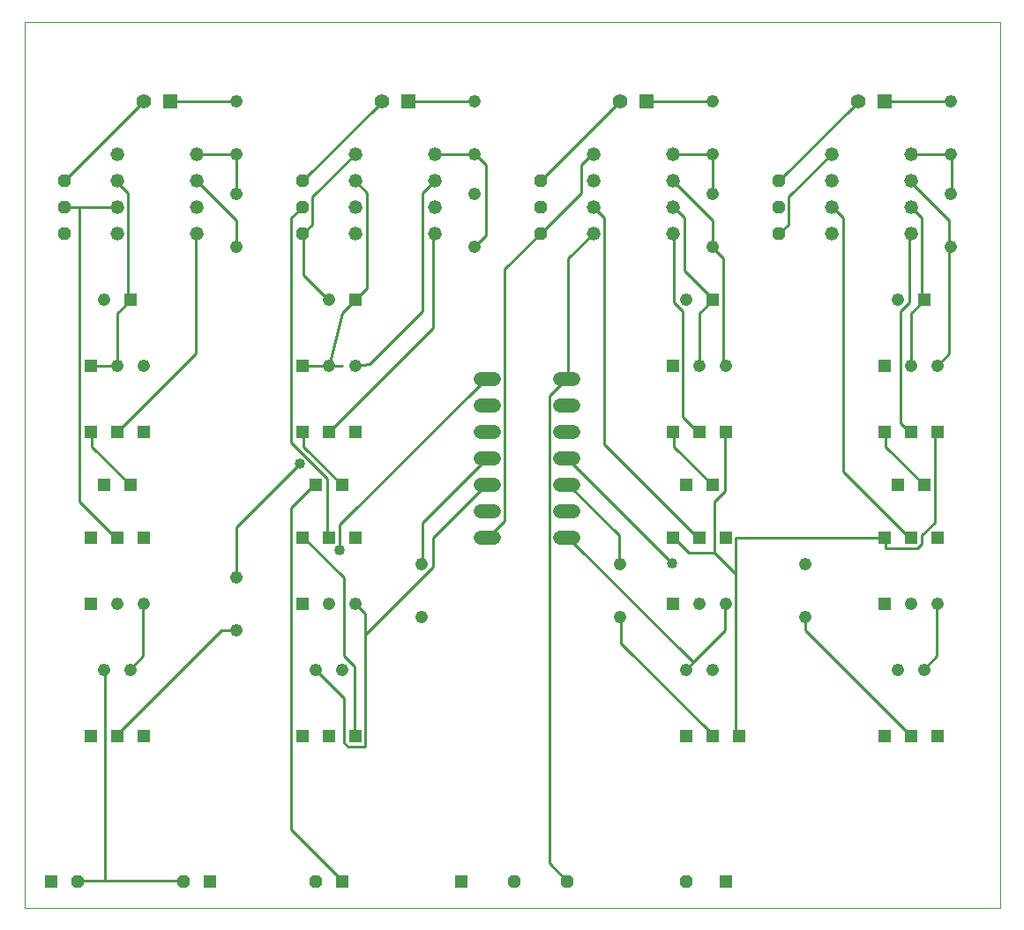
<source format=gtl>
G75*
G70*
%OFA0B0*%
%FSLAX24Y24*%
%IPPOS*%
%LPD*%
%AMOC8*
5,1,8,0,0,1.08239X$1,22.5*
%
%ADD10C,0.0000*%
%ADD11C,0.0520*%
%ADD12C,0.0476*%
%ADD13R,0.0476X0.0476*%
%ADD14OC8,0.0476*%
%ADD15C,0.0554*%
%ADD16R,0.0554X0.0554*%
%ADD17C,0.0520*%
%ADD18C,0.0100*%
%ADD19C,0.0400*%
D10*
X000101Y000101D02*
X000101Y033597D01*
X036971Y033597D01*
X036971Y000101D01*
X000101Y000101D01*
D11*
X003601Y025601D03*
X003601Y026601D03*
X003601Y027601D03*
X003601Y028601D03*
X006601Y028601D03*
X006601Y027601D03*
X006601Y026601D03*
X006601Y025601D03*
X012601Y025601D03*
X012601Y026601D03*
X012601Y027601D03*
X012601Y028601D03*
X015601Y028601D03*
X015601Y027601D03*
X015601Y026601D03*
X015601Y025601D03*
X021601Y025601D03*
X021601Y026601D03*
X021601Y027601D03*
X021601Y028601D03*
X024601Y028601D03*
X024601Y027601D03*
X024601Y026601D03*
X024601Y025601D03*
X030601Y025601D03*
X030601Y026601D03*
X030601Y027601D03*
X030601Y028601D03*
X033601Y028601D03*
X033601Y027601D03*
X033601Y026601D03*
X033601Y025601D03*
D12*
X035101Y025101D03*
X035101Y027101D03*
X035101Y028601D03*
X035101Y030601D03*
X033101Y023101D03*
X033601Y020601D03*
X034601Y020601D03*
X026601Y020601D03*
X025601Y020601D03*
X025101Y023101D03*
X026101Y025101D03*
X026101Y027101D03*
X026101Y028601D03*
X026101Y030601D03*
X017101Y030601D03*
X017101Y028601D03*
X017101Y027101D03*
X017101Y025101D03*
X012601Y020601D03*
X011601Y020601D03*
X011601Y023101D03*
X008101Y025101D03*
X008101Y027101D03*
X008101Y028601D03*
X008101Y030601D03*
X003101Y023101D03*
X003601Y020601D03*
X004601Y020601D03*
X008101Y012601D03*
X008101Y010601D03*
X011101Y009101D03*
X012101Y009101D03*
X012601Y011601D03*
X011601Y011601D03*
X015101Y011101D03*
X015101Y013101D03*
X022601Y013101D03*
X022601Y011101D03*
X025101Y009101D03*
X026101Y009101D03*
X026601Y011601D03*
X025601Y011601D03*
X029601Y011101D03*
X029601Y013101D03*
X033601Y011601D03*
X034601Y011601D03*
X034101Y009101D03*
X033101Y009101D03*
X004601Y011601D03*
X003601Y011601D03*
X004101Y009101D03*
X003101Y009101D03*
D13*
X002601Y011601D03*
X002601Y014101D03*
X003601Y014101D03*
X004601Y014101D03*
X004101Y016101D03*
X003101Y016101D03*
X003601Y018101D03*
X002601Y018101D03*
X004601Y018101D03*
X002601Y020601D03*
X004101Y023101D03*
X010601Y020601D03*
X012601Y023101D03*
X012601Y018101D03*
X011601Y018101D03*
X010601Y018101D03*
X011101Y016101D03*
X012101Y016101D03*
X012601Y014101D03*
X011601Y014101D03*
X010601Y014101D03*
X010601Y011601D03*
X010601Y006601D03*
X011601Y006601D03*
X012601Y006601D03*
X012101Y001101D03*
X016601Y001101D03*
X025101Y006601D03*
X026101Y006601D03*
X027101Y006601D03*
X032601Y006601D03*
X033601Y006601D03*
X034601Y006601D03*
X032601Y011601D03*
X032601Y014101D03*
X033601Y014101D03*
X034601Y014101D03*
X034101Y016101D03*
X033101Y016101D03*
X033601Y018101D03*
X034601Y018101D03*
X032601Y018101D03*
X032601Y020601D03*
X034101Y023101D03*
X026601Y018101D03*
X025601Y018101D03*
X024601Y018101D03*
X025101Y016101D03*
X026101Y016101D03*
X026601Y014101D03*
X025601Y014101D03*
X024601Y014101D03*
X024601Y011601D03*
X024601Y020601D03*
X026101Y023101D03*
X004601Y006601D03*
X003601Y006601D03*
X002601Y006601D03*
X001101Y001101D03*
X007101Y001101D03*
X026601Y001101D03*
D14*
X025101Y001101D03*
X020601Y001101D03*
X018601Y001101D03*
X011101Y001101D03*
X006101Y001101D03*
X002101Y001101D03*
X001601Y025601D03*
X001601Y026601D03*
X001601Y027601D03*
X010601Y027601D03*
X010601Y026601D03*
X010601Y025601D03*
X019601Y025601D03*
X019601Y026601D03*
X019601Y027601D03*
X028601Y027601D03*
X028601Y026601D03*
X028601Y025601D03*
D15*
X031601Y030601D03*
X022601Y030601D03*
X013601Y030601D03*
X004601Y030601D03*
D16*
X005601Y030601D03*
X014601Y030601D03*
X023601Y030601D03*
X032601Y030601D03*
D17*
X020861Y020101D02*
X020341Y020101D01*
X020341Y019101D02*
X020861Y019101D01*
X020861Y018101D02*
X020341Y018101D01*
X020341Y017101D02*
X020861Y017101D01*
X020861Y016101D02*
X020341Y016101D01*
X020341Y015101D02*
X020861Y015101D01*
X020861Y014101D02*
X020341Y014101D01*
X017861Y014101D02*
X017341Y014101D01*
X017341Y015101D02*
X017861Y015101D01*
X017861Y016101D02*
X017341Y016101D01*
X017341Y017101D02*
X017861Y017101D01*
X017861Y018101D02*
X017341Y018101D01*
X017341Y019101D02*
X017861Y019101D01*
X017861Y020101D02*
X017341Y020101D01*
D18*
X017541Y020101D02*
X017601Y020101D01*
X017541Y020101D02*
X012021Y014581D01*
X012021Y013621D01*
X011601Y014101D02*
X011541Y014101D01*
X011541Y016341D01*
X010181Y017701D01*
X010181Y026181D01*
X010601Y026601D01*
X010981Y026981D02*
X010981Y025941D01*
X010661Y025621D01*
X010601Y025601D01*
X010661Y025541D01*
X010661Y024021D01*
X011541Y023141D01*
X011601Y023101D01*
X012101Y022581D02*
X011601Y020601D01*
X012101Y020581D01*
X011141Y020581D01*
X010601Y020601D01*
X012601Y020601D02*
X013141Y020661D01*
X015141Y022661D01*
X015141Y027141D01*
X015601Y027601D01*
X015621Y028581D02*
X015601Y028601D01*
X015621Y028581D02*
X017061Y028581D01*
X017101Y028601D01*
X017141Y028581D01*
X017541Y028181D01*
X017541Y025541D01*
X017101Y025101D01*
X018261Y024261D02*
X019601Y025601D01*
X021141Y027141D01*
X021141Y028181D01*
X021541Y028581D01*
X021601Y028601D01*
X021601Y026601D02*
X022021Y026181D01*
X022021Y017621D01*
X025541Y014101D01*
X025601Y014101D01*
X025221Y013541D02*
X026181Y013541D01*
X026981Y012741D01*
X026981Y014101D01*
X032601Y014101D01*
X032661Y014101D01*
X032661Y013701D01*
X033861Y013701D01*
X034021Y013861D01*
X034021Y014181D01*
X034501Y014661D01*
X034501Y018021D01*
X034581Y018101D01*
X034601Y018101D01*
X033601Y018101D02*
X033541Y018101D01*
X033221Y018421D01*
X033221Y022661D01*
X033541Y022981D01*
X033541Y025541D01*
X033601Y025601D01*
X034021Y026181D02*
X033601Y026601D01*
X034021Y026181D02*
X034021Y023221D01*
X034101Y023141D01*
X034101Y023101D01*
X034101Y023061D01*
X033621Y022581D01*
X033621Y020661D01*
X033601Y020601D01*
X034601Y020601D02*
X035061Y021061D01*
X035061Y025061D01*
X035101Y025101D01*
X035061Y025141D01*
X035061Y026101D01*
X033621Y027541D01*
X033601Y027601D01*
X033621Y028581D02*
X033601Y028601D01*
X033621Y028581D02*
X035061Y028581D01*
X035101Y028601D01*
X035141Y028581D01*
X035141Y027141D01*
X035101Y027101D01*
X035061Y030581D02*
X032661Y030581D01*
X032601Y030601D01*
X031601Y030601D02*
X031541Y030581D01*
X031541Y030501D01*
X028661Y027621D01*
X028601Y027601D01*
X028981Y026981D02*
X030601Y028601D01*
X028981Y026981D02*
X028981Y025941D01*
X028661Y025621D01*
X028601Y025601D01*
X030601Y026601D02*
X030661Y026581D01*
X031061Y026181D01*
X031061Y016581D01*
X033541Y014101D01*
X033601Y014101D01*
X034101Y016101D02*
X032661Y017541D01*
X032661Y018101D01*
X032601Y018101D01*
X026601Y018101D02*
X026581Y018101D01*
X026581Y015861D01*
X026181Y015461D01*
X026181Y013541D01*
X025221Y013541D02*
X024661Y014101D01*
X024601Y014101D01*
X024581Y013141D02*
X020661Y017061D01*
X020601Y017101D01*
X020601Y016101D02*
X020661Y016101D01*
X022581Y014181D01*
X022581Y013141D01*
X022601Y013101D01*
X020661Y014101D02*
X020601Y014101D01*
X020661Y014101D02*
X025381Y009381D01*
X025101Y009101D01*
X025381Y009381D02*
X026581Y010581D01*
X026581Y011541D01*
X026601Y011601D01*
X026981Y012741D02*
X026981Y006741D01*
X027061Y006661D01*
X027101Y006601D01*
X026101Y006601D02*
X026101Y006661D01*
X022661Y010101D01*
X022661Y011061D01*
X022601Y011101D01*
X018261Y014741D02*
X017621Y014101D01*
X017601Y014101D01*
X018261Y014741D02*
X018261Y024261D01*
X020661Y024661D02*
X021601Y025601D01*
X020661Y024661D02*
X020661Y020101D01*
X020601Y020101D01*
X020581Y020101D01*
X019941Y019461D01*
X019941Y001781D01*
X020581Y001141D01*
X020601Y001101D01*
X012981Y006181D02*
X012981Y010421D01*
X015541Y012981D01*
X015541Y014101D01*
X017541Y016101D01*
X017601Y016101D01*
X017541Y017061D02*
X017601Y017101D01*
X017541Y017061D02*
X015141Y014661D01*
X015141Y013141D01*
X015101Y013101D01*
X012981Y011221D02*
X012601Y011601D01*
X012981Y011221D02*
X012981Y010421D01*
X012181Y009621D02*
X012581Y009221D01*
X012581Y006661D01*
X012601Y006601D01*
X012341Y006181D02*
X012181Y006341D01*
X012181Y008021D01*
X011101Y009101D01*
X012181Y009621D02*
X012181Y012581D01*
X010661Y014101D01*
X010601Y014101D01*
X010181Y015221D02*
X011061Y016101D01*
X011101Y016101D01*
X010181Y015221D02*
X010181Y003061D01*
X012101Y001141D01*
X012101Y001101D01*
X012341Y006181D02*
X012981Y006181D01*
X008101Y010581D02*
X008101Y010601D01*
X008101Y010581D02*
X007541Y010581D01*
X003621Y006661D01*
X003601Y006601D01*
X003141Y009061D02*
X003101Y009101D01*
X003141Y009061D02*
X003141Y001141D01*
X002101Y001141D01*
X002101Y001101D01*
X003141Y001141D02*
X006101Y001141D01*
X006101Y001101D01*
X004101Y009101D02*
X004101Y009141D01*
X004581Y009621D01*
X004581Y011541D01*
X004601Y011601D01*
X003601Y014101D02*
X003541Y014101D01*
X002181Y015461D01*
X002181Y026581D01*
X001621Y026581D01*
X001601Y026601D01*
X002181Y026581D02*
X003541Y026581D01*
X003601Y026601D01*
X004021Y027141D02*
X003621Y027541D01*
X003601Y027601D01*
X004021Y027141D02*
X004021Y023221D01*
X004101Y023141D01*
X004101Y023101D01*
X004101Y023061D01*
X003621Y022581D01*
X003621Y020661D01*
X003601Y020601D01*
X003541Y020581D01*
X002661Y020581D01*
X002601Y020601D01*
X002661Y018101D02*
X002601Y018101D01*
X002661Y018101D02*
X002661Y017541D01*
X004101Y016101D01*
X003621Y018101D02*
X003601Y018101D01*
X003621Y018101D02*
X006581Y021061D01*
X006581Y025541D01*
X006601Y025601D01*
X008101Y025101D02*
X008101Y026101D01*
X006601Y027601D01*
X006661Y028581D02*
X006601Y028601D01*
X006661Y028581D02*
X008101Y028581D01*
X008101Y028601D01*
X008101Y028581D02*
X008101Y027101D01*
X010601Y027601D02*
X010661Y027621D01*
X013541Y030501D01*
X013541Y030581D01*
X013601Y030601D01*
X014601Y030601D02*
X014661Y030581D01*
X017061Y030581D01*
X017101Y030601D01*
X019601Y027601D02*
X022601Y030601D01*
X023601Y030601D02*
X023621Y030581D01*
X026101Y030581D01*
X026101Y030601D01*
X026101Y028601D02*
X026101Y028581D01*
X024661Y028581D01*
X024601Y028601D01*
X024601Y027601D02*
X026101Y026101D01*
X026101Y025101D01*
X026101Y025061D01*
X026501Y024661D01*
X026501Y020741D01*
X026581Y020661D01*
X026601Y020601D01*
X025621Y020661D02*
X025601Y020601D01*
X025621Y020661D02*
X025621Y022581D01*
X026101Y023061D01*
X026101Y023101D01*
X026101Y023141D01*
X025061Y024181D01*
X025061Y026181D01*
X024661Y026581D01*
X024601Y026601D01*
X024601Y025601D02*
X024661Y025541D01*
X024661Y022981D01*
X024981Y022661D01*
X024981Y018661D01*
X025541Y018101D01*
X025601Y018101D01*
X024661Y018101D02*
X024661Y017541D01*
X026101Y016101D01*
X024661Y018101D02*
X024601Y018101D01*
X029601Y011101D02*
X029621Y011061D01*
X029621Y010581D01*
X033601Y006601D01*
X034101Y009101D02*
X034101Y009141D01*
X034581Y009621D01*
X034581Y011541D01*
X034601Y011601D01*
X026101Y027101D02*
X026101Y028581D01*
X035061Y030581D02*
X035101Y030601D01*
X015601Y025601D02*
X015541Y025541D01*
X015541Y022021D01*
X011621Y018101D01*
X011601Y018101D01*
X010661Y018101D02*
X010661Y017541D01*
X012101Y016101D01*
X010501Y016901D02*
X008101Y014501D01*
X008101Y012601D01*
X010601Y018101D02*
X010661Y018101D01*
X012101Y022581D02*
X012581Y023061D01*
X012601Y023101D01*
X012661Y023141D01*
X013061Y023541D01*
X013061Y027141D01*
X012601Y027601D01*
X012601Y028601D02*
X010981Y026981D01*
X008101Y030581D02*
X008101Y030601D01*
X008101Y030581D02*
X005621Y030581D01*
X005601Y030601D01*
X004601Y030601D02*
X001601Y027601D01*
D19*
X010501Y016901D03*
X012021Y013621D03*
X024581Y013141D03*
M02*

</source>
